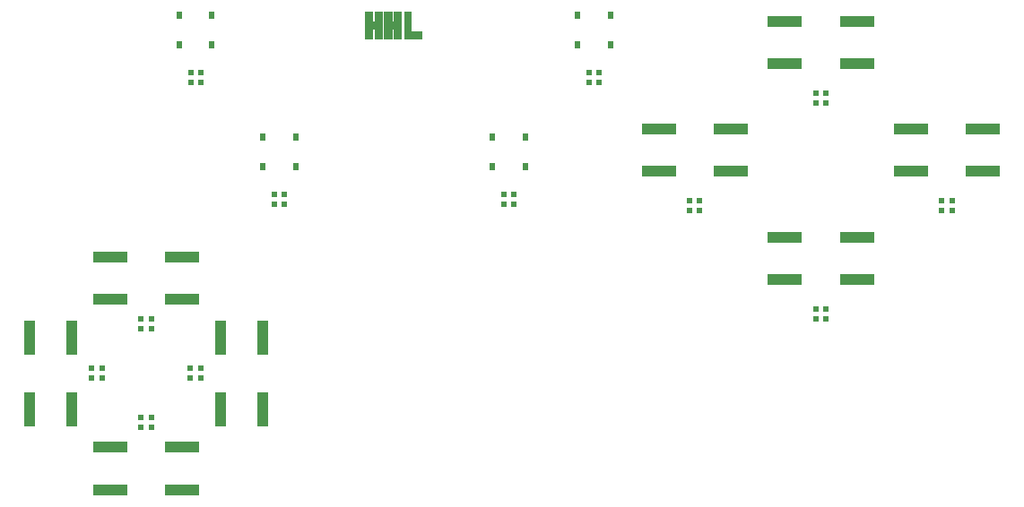
<source format=gbr>
G04 #@! TF.GenerationSoftware,KiCad,Pcbnew,7.0.6*
G04 #@! TF.CreationDate,2023-09-27T17:44:09-07:00*
G04 #@! TF.ProjectId,procon_tactile_button_board,70726f63-6f6e-45f7-9461-6374696c655f,rev?*
G04 #@! TF.SameCoordinates,Original*
G04 #@! TF.FileFunction,Soldermask,Top*
G04 #@! TF.FilePolarity,Negative*
%FSLAX46Y46*%
G04 Gerber Fmt 4.6, Leading zero omitted, Abs format (unit mm)*
G04 Created by KiCad (PCBNEW 7.0.6) date 2023-09-27 17:44:09*
%MOMM*%
%LPD*%
G01*
G04 APERTURE LIST*
%ADD10C,0.025000*%
%ADD11R,0.600000X0.650000*%
%ADD12R,0.550000X0.550000*%
%ADD13R,3.200000X1.000000*%
%ADD14R,1.000000X3.200000*%
G04 APERTURE END LIST*
D10*
X144475200Y-118133298D02*
X145429155Y-118133298D01*
X145429155Y-118802667D01*
X143842541Y-118802667D01*
X143842541Y-116249495D01*
X144475200Y-116249495D01*
X144475200Y-118133298D01*
G36*
X144475200Y-118133298D02*
G01*
X145429155Y-118133298D01*
X145429155Y-118802667D01*
X143842541Y-118802667D01*
X143842541Y-116249495D01*
X144475200Y-116249495D01*
X144475200Y-118133298D01*
G37*
X141709066Y-118802667D02*
X141028205Y-118802667D01*
X141028205Y-117834545D01*
X140788549Y-117834545D01*
X140788549Y-118802667D01*
X140103249Y-118802667D01*
X140103249Y-116250015D01*
X140786263Y-116249495D01*
X140786263Y-117172297D01*
X141028205Y-117172297D01*
X141028205Y-116249495D01*
X141709066Y-116249495D01*
X141709066Y-118802667D01*
G36*
X141709066Y-118802667D02*
G01*
X141028205Y-118802667D01*
X141028205Y-117834545D01*
X140788549Y-117834545D01*
X140788549Y-118802667D01*
X140103249Y-118802667D01*
X140103249Y-116250015D01*
X140786263Y-116249495D01*
X140786263Y-117172297D01*
X141028205Y-117172297D01*
X141028205Y-116249495D01*
X141709066Y-116249495D01*
X141709066Y-118802667D01*
G37*
X143559066Y-118802667D02*
X142878205Y-118802667D01*
X142878205Y-117834545D01*
X142638549Y-117834545D01*
X142638549Y-118802667D01*
X141953249Y-118802667D01*
X141953249Y-116250015D01*
X142636263Y-116249495D01*
X142636263Y-117172297D01*
X142878205Y-117172297D01*
X142878205Y-116249495D01*
X143559066Y-116249495D01*
X143559066Y-118802667D01*
G36*
X143559066Y-118802667D02*
G01*
X142878205Y-118802667D01*
X142878205Y-117834545D01*
X142638549Y-117834545D01*
X142638549Y-118802667D01*
X141953249Y-118802667D01*
X141953249Y-116250015D01*
X142636263Y-116249495D01*
X142636263Y-117172297D01*
X142878205Y-117172297D01*
X142878205Y-116249495D01*
X143559066Y-116249495D01*
X143559066Y-118802667D01*
G37*
D11*
X160198000Y-116611000D03*
X163298000Y-116611000D03*
X160198000Y-119361000D03*
X163298000Y-119361000D03*
X130498000Y-128111000D03*
X133598000Y-128111000D03*
X130498000Y-130861000D03*
X133598000Y-130861000D03*
D12*
X131573000Y-134461000D03*
X132523000Y-134461000D03*
X132523000Y-133511000D03*
X131573000Y-133511000D03*
D11*
X122598000Y-116611000D03*
X125698000Y-116611000D03*
X122598000Y-119361000D03*
X125698000Y-119361000D03*
D12*
X119003000Y-146246000D03*
X119953000Y-146246000D03*
X119953000Y-145296000D03*
X119003000Y-145296000D03*
X119003000Y-155546000D03*
X119953000Y-155546000D03*
X119953000Y-154596000D03*
X119003000Y-154596000D03*
X182703000Y-145271000D03*
X183653000Y-145271000D03*
X183653000Y-144321000D03*
X182703000Y-144321000D03*
X123673000Y-122961000D03*
X124623000Y-122961000D03*
X124623000Y-122011000D03*
X123673000Y-122011000D03*
X170803000Y-135071000D03*
X171753000Y-135071000D03*
X171753000Y-134121000D03*
X170803000Y-134121000D03*
D13*
X122878000Y-157421000D03*
X116078000Y-157421000D03*
X122878000Y-161421000D03*
X116078000Y-161421000D03*
D12*
X114353000Y-150896000D03*
X115303000Y-150896000D03*
X115303000Y-149946000D03*
X114353000Y-149946000D03*
X123653000Y-150896000D03*
X124603000Y-150896000D03*
X124603000Y-149946000D03*
X123653000Y-149946000D03*
X194603000Y-135071000D03*
X195553000Y-135071000D03*
X195553000Y-134121000D03*
X194603000Y-134121000D03*
X153223000Y-134461000D03*
X154173000Y-134461000D03*
X154173000Y-133511000D03*
X153223000Y-133511000D03*
D13*
X167878000Y-131346000D03*
X174678000Y-131346000D03*
X167878000Y-127346000D03*
X174678000Y-127346000D03*
D12*
X182703000Y-124871000D03*
X183653000Y-124871000D03*
X183653000Y-123921000D03*
X182703000Y-123921000D03*
D13*
X191678000Y-131346000D03*
X198478000Y-131346000D03*
X191678000Y-127346000D03*
X198478000Y-127346000D03*
X179778000Y-141546000D03*
X186578000Y-141546000D03*
X179778000Y-137546000D03*
X186578000Y-137546000D03*
D11*
X152148000Y-128111000D03*
X155248000Y-128111000D03*
X152148000Y-130861000D03*
X155248000Y-130861000D03*
D12*
X161273000Y-122961000D03*
X162223000Y-122961000D03*
X162223000Y-122011000D03*
X161273000Y-122011000D03*
D14*
X112478000Y-153821000D03*
X112478000Y-147021000D03*
X108478000Y-153821000D03*
X108478000Y-147021000D03*
D13*
X179778000Y-121146000D03*
X186578000Y-121146000D03*
X179778000Y-117146000D03*
X186578000Y-117146000D03*
D14*
X126478000Y-147021000D03*
X126478000Y-153821000D03*
X130478000Y-147021000D03*
X130478000Y-153821000D03*
D13*
X116078000Y-143421000D03*
X122878000Y-143421000D03*
X116078000Y-139421000D03*
X122878000Y-139421000D03*
M02*

</source>
